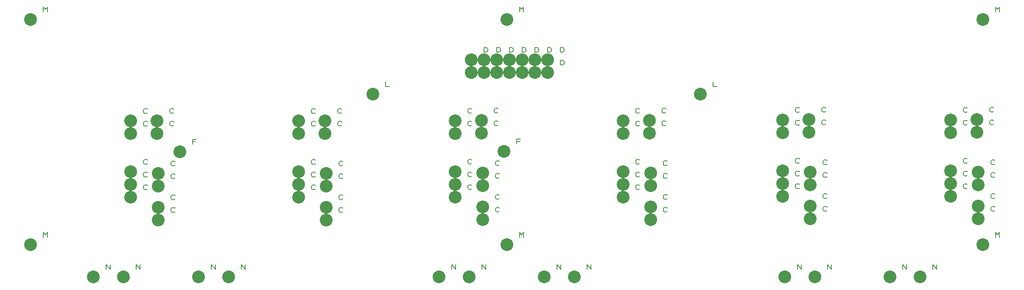
<source format=gbr>
G04 EasyPC Gerber Version 20.0.2 Build 4112 *
G04 #@! TF.Part,Single*
%FSLAX35Y35*%
%MOIN*%
%ADD13C,0.00500*%
G04 #@! TA.AperFunction,WasherPad*
%ADD75C,0.10000*%
X0Y0D02*
D02*
D13*
X30722Y54022D02*
Y57772D01*
X32285Y55897*
X33848Y57772*
Y54022*
X30722Y231187D02*
Y234937D01*
X32285Y233063*
X33848Y234937*
Y231187*
X79935Y28924D02*
Y32674D01*
X83060Y28924*
Y32674*
X103557Y28924D02*
Y32674D01*
X106682Y28924*
Y32674*
X112489Y92029D02*
X112177Y91717D01*
X111552Y91404*
X110614*
X109989Y91717*
X109677Y92029*
X109364Y92654*
Y93904*
X109677Y94529*
X109989Y94842*
X110614Y95154*
X111552*
X112177Y94842*
X112489Y94529*
Y102029D02*
X112177Y101717D01*
X111552Y101404*
X110614*
X109989Y101717*
X109677Y102029*
X109364Y102654*
Y103904*
X109677Y104529*
X109989Y104842*
X110614Y105154*
X111552*
X112177Y104842*
X112489Y104529*
Y112029D02*
X112177Y111717D01*
X111552Y111404*
X110614*
X109989Y111717*
X109677Y112029*
X109364Y112654*
Y113904*
X109677Y114529*
X109989Y114842*
X110614Y115154*
X111552*
X112177Y114842*
X112489Y114529*
Y142029D02*
X112177Y141717D01*
X111552Y141404*
X110614*
X109989Y141717*
X109677Y142029*
X109364Y142654*
Y143904*
X109677Y144529*
X109989Y144842*
X110614Y145154*
X111552*
X112177Y144842*
X112489Y144529*
Y152029D02*
X112177Y151717D01*
X111552Y151404*
X110614*
X109989Y151717*
X109677Y152029*
X109364Y152654*
Y153904*
X109677Y154529*
X109989Y154842*
X110614Y155154*
X111552*
X112177Y154842*
X112489Y154529*
X133159Y142167D02*
X132846Y141854D01*
X132221Y141542*
X131283*
X130659Y141854*
X130346Y142167*
X130033Y142792*
Y144042*
X130346Y144667*
X130659Y144980*
X131283Y145292*
X132221*
X132846Y144980*
X133159Y144667*
Y152167D02*
X132846Y151854D01*
X132221Y151542*
X131283*
X130659Y151854*
X130346Y152167*
X130033Y152792*
Y154042*
X130346Y154667*
X130659Y154980*
X131283Y155292*
X132221*
X132846Y154980*
X133159Y154667*
X134143Y74254D02*
X133830Y73941D01*
X133205Y73628*
X132268*
X131643Y73941*
X131330Y74254*
X131018Y74878*
Y76128*
X131330Y76754*
X131643Y77066*
X132268Y77378*
X133205*
X133830Y77066*
X134143Y76754*
Y84254D02*
X133830Y83941D01*
X133205Y83628*
X132268*
X131643Y83941*
X131330Y84254*
X131018Y84878*
Y86128*
X131330Y86754*
X131643Y87066*
X132268Y87378*
X133205*
X133830Y87066*
X134143Y86754*
Y100828D02*
X133830Y100516D01*
X133205Y100203*
X132268*
X131643Y100516*
X131330Y100828*
X131018Y101453*
Y102703*
X131330Y103328*
X131643Y103641*
X132268Y103953*
X133205*
X133830Y103641*
X134143Y103328*
Y110828D02*
X133830Y110516D01*
X133205Y110203*
X132268*
X131643Y110516*
X131330Y110828*
X131018Y111453*
Y112703*
X131330Y113328*
X131643Y113641*
X132268Y113953*
X133205*
X133830Y113641*
X134143Y113328*
X147750Y127250D02*
Y131000D01*
X150875*
X150250Y129126D02*
X147750D01*
X162612Y28924D02*
Y32674D01*
X165737Y28924*
Y32674*
X186234Y28924D02*
Y32674D01*
X189359Y28924*
Y32674*
X244379Y92029D02*
X244067Y91717D01*
X243441Y91404*
X242504*
X241879Y91717*
X241567Y92029*
X241254Y92654*
Y93904*
X241567Y94529*
X241879Y94842*
X242504Y95154*
X243441*
X244067Y94842*
X244379Y94529*
Y102029D02*
X244067Y101717D01*
X243441Y101404*
X242504*
X241879Y101717*
X241567Y102029*
X241254Y102654*
Y103904*
X241567Y104529*
X241879Y104842*
X242504Y105154*
X243441*
X244067Y104842*
X244379Y104529*
Y112029D02*
X244067Y111717D01*
X243441Y111404*
X242504*
X241879Y111717*
X241567Y112029*
X241254Y112654*
Y113904*
X241567Y114529*
X241879Y114842*
X242504Y115154*
X243441*
X244067Y114842*
X244379Y114529*
Y142029D02*
X244067Y141717D01*
X243441Y141404*
X242504*
X241879Y141717*
X241567Y142029*
X241254Y142654*
Y143904*
X241567Y144529*
X241879Y144842*
X242504Y145154*
X243441*
X244067Y144842*
X244379Y144529*
Y152029D02*
X244067Y151717D01*
X243441Y151404*
X242504*
X241879Y151717*
X241567Y152029*
X241254Y152654*
Y153904*
X241567Y154529*
X241879Y154842*
X242504Y155154*
X243441*
X244067Y154842*
X244379Y154529*
X265048Y142167D02*
X264736Y141854D01*
X264111Y141542*
X263173*
X262548Y141854*
X262236Y142167*
X261923Y142792*
Y144042*
X262236Y144667*
X262548Y144980*
X263173Y145292*
X264111*
X264736Y144980*
X265048Y144667*
Y152167D02*
X264736Y151854D01*
X264111Y151542*
X263173*
X262548Y151854*
X262236Y152167*
X261923Y152792*
Y154042*
X262236Y154667*
X262548Y154980*
X263173Y155292*
X264111*
X264736Y154980*
X265048Y154667*
X266033Y74254D02*
X265720Y73941D01*
X265095Y73628*
X264157*
X263533Y73941*
X263220Y74254*
X262907Y74878*
Y76128*
X263220Y76754*
X263533Y77066*
X264157Y77378*
X265095*
X265720Y77066*
X266033Y76754*
Y84254D02*
X265720Y83941D01*
X265095Y83628*
X264157*
X263533Y83941*
X263220Y84254*
X262907Y84878*
Y86128*
X263220Y86754*
X263533Y87066*
X264157Y87378*
X265095*
X265720Y87066*
X266033Y86754*
Y100828D02*
X265720Y100516D01*
X265095Y100203*
X264157*
X263533Y100516*
X263220Y100828*
X262907Y101453*
Y102703*
X263220Y103328*
X263533Y103641*
X264157Y103953*
X265095*
X265720Y103641*
X266033Y103328*
Y110828D02*
X265720Y110516D01*
X265095Y110203*
X264157*
X263533Y110516*
X263220Y110828*
X262907Y111453*
Y112703*
X263220Y113328*
X263533Y113641*
X264157Y113953*
X265095*
X265720Y113641*
X266033Y113328*
X299423Y176276D02*
Y172526D01*
X302548*
X351589Y28924D02*
Y32674D01*
X354714Y28924*
Y32674*
X367312Y92226D02*
X367000Y91913D01*
X366374Y91601*
X365437*
X364812Y91913*
X364500Y92226*
X364187Y92851*
Y94101*
X364500Y94726*
X364812Y95039*
X365437Y95351*
X366374*
X367000Y95039*
X367312Y94726*
Y102226D02*
X367000Y101913D01*
X366374Y101601*
X365437*
X364812Y101913*
X364500Y102226*
X364187Y102851*
Y104101*
X364500Y104726*
X364812Y105039*
X365437Y105351*
X366374*
X367000Y105039*
X367312Y104726*
Y112226D02*
X367000Y111913D01*
X366374Y111601*
X365437*
X364812Y111913*
X364500Y112226*
X364187Y112851*
Y114101*
X364500Y114726*
X364812Y115039*
X365437Y115351*
X366374*
X367000Y115039*
X367312Y114726*
Y142226D02*
X367000Y141913D01*
X366374Y141601*
X365437*
X364812Y141913*
X364500Y142226*
X364187Y142851*
Y144101*
X364500Y144726*
X364812Y145039*
X365437Y145351*
X366374*
X367000Y145039*
X367312Y144726*
Y152226D02*
X367000Y151913D01*
X366374Y151601*
X365437*
X364812Y151913*
X364500Y152226*
X364187Y152851*
Y154101*
X364500Y154726*
X364812Y155039*
X365437Y155351*
X366374*
X367000Y155039*
X367312Y154726*
X375211Y28924D02*
Y32674D01*
X378336Y28924*
Y32674*
X376844Y189455D02*
Y193205D01*
X378720*
X379344Y192893*
X379657Y192580*
X379970Y191955*
Y190705*
X379657Y190080*
X379344Y189768*
X378720Y189455*
X376844*
Y199455D02*
Y203205D01*
X378720*
X379344Y202893*
X379657Y202580*
X379970Y201955*
Y200705*
X379657Y200080*
X379344Y199768*
X378720Y199455*
X376844*
X387981Y142364D02*
X387669Y142051D01*
X387044Y141739*
X386106*
X385481Y142051*
X385169Y142364*
X384856Y142989*
Y144239*
X385169Y144864*
X385481Y145176*
X386106Y145489*
X387044*
X387669Y145176*
X387981Y144864*
Y152364D02*
X387669Y152051D01*
X387044Y151739*
X386106*
X385481Y152051*
X385169Y152364*
X384856Y152989*
Y154239*
X385169Y154864*
X385481Y155176*
X386106Y155489*
X387044*
X387669Y155176*
X387981Y154864*
X388966Y74450D02*
X388653Y74138D01*
X388028Y73825*
X387091*
X386466Y74138*
X386153Y74450*
X385841Y75075*
Y76325*
X386153Y76950*
X386466Y77263*
X387091Y77575*
X388028*
X388653Y77263*
X388966Y76950*
Y84450D02*
X388653Y84138D01*
X388028Y83825*
X387091*
X386466Y84138*
X386153Y84450*
X385841Y85075*
Y86325*
X386153Y86950*
X386466Y87263*
X387091Y87575*
X388028*
X388653Y87263*
X388966Y86950*
Y101025D02*
X388653Y100713D01*
X388028Y100400*
X387091*
X386466Y100713*
X386153Y101025*
X385841Y101650*
Y102900*
X386153Y103525*
X386466Y103838*
X387091Y104150*
X388028*
X388653Y103838*
X388966Y103525*
Y111025D02*
X388653Y110713D01*
X388028Y110400*
X387091*
X386466Y110713*
X386153Y111025*
X385841Y111650*
Y112900*
X386153Y113525*
X386466Y113838*
X387091Y114150*
X388028*
X388653Y113838*
X388966Y113525*
X386844Y189455D02*
Y193205D01*
X388720*
X389344Y192893*
X389657Y192580*
X389970Y191955*
Y190705*
X389657Y190080*
X389344Y189768*
X388720Y189455*
X386844*
Y199455D02*
Y203205D01*
X388720*
X389344Y202893*
X389657Y202580*
X389970Y201955*
Y200705*
X389657Y200080*
X389344Y199768*
X388720Y199455*
X386844*
X396844Y189455D02*
Y193205D01*
X398720*
X399344Y192893*
X399657Y192580*
X399970Y191955*
Y190705*
X399657Y190080*
X399344Y189768*
X398720Y189455*
X396844*
Y199455D02*
Y203205D01*
X398720*
X399344Y202893*
X399657Y202580*
X399970Y201955*
Y200705*
X399657Y200080*
X399344Y199768*
X398720Y199455*
X396844*
X402573Y127447D02*
Y131197D01*
X405698*
X405073Y129322D02*
X402573D01*
X404738Y54022D02*
Y57772D01*
X406301Y55897*
X407863Y57772*
Y54022*
X404738Y231187D02*
Y234937D01*
X406301Y233063*
X407863Y234937*
Y231187*
X406844Y189455D02*
Y193205D01*
X408720*
X409344Y192893*
X409657Y192580*
X409970Y191955*
Y190705*
X409657Y190080*
X409344Y189768*
X408720Y189455*
X406844*
Y199455D02*
Y203205D01*
X408720*
X409344Y202893*
X409657Y202580*
X409970Y201955*
Y200705*
X409657Y200080*
X409344Y199768*
X408720Y199455*
X406844*
X416844Y189455D02*
Y193205D01*
X418720*
X419344Y192893*
X419657Y192580*
X419970Y191955*
Y190705*
X419657Y190080*
X419344Y189768*
X418720Y189455*
X416844*
Y199455D02*
Y203205D01*
X418720*
X419344Y202893*
X419657Y202580*
X419970Y201955*
Y200705*
X419657Y200080*
X419344Y199768*
X418720Y199455*
X416844*
X426844Y189455D02*
Y193205D01*
X428720*
X429344Y192893*
X429657Y192580*
X429970Y191955*
Y190705*
X429657Y190080*
X429344Y189768*
X428720Y189455*
X426844*
Y199455D02*
Y203205D01*
X428720*
X429344Y202893*
X429657Y202580*
X429970Y201955*
Y200705*
X429657Y200080*
X429344Y199768*
X428720Y199455*
X426844*
X434266Y28924D02*
Y32674D01*
X437391Y28924*
Y32674*
X436844Y189455D02*
Y193205D01*
X438720*
X439344Y192893*
X439657Y192580*
X439970Y191955*
Y190705*
X439657Y190080*
X439344Y189768*
X438720Y189455*
X436844*
Y199455D02*
Y203205D01*
X438720*
X439344Y202893*
X439657Y202580*
X439970Y201955*
Y200705*
X439657Y200080*
X439344Y199768*
X438720Y199455*
X436844*
X457888Y28924D02*
Y32674D01*
X461013Y28924*
Y32674*
X499202Y92226D02*
X498889Y91913D01*
X498264Y91601*
X497327*
X496702Y91913*
X496389Y92226*
X496077Y92851*
Y94101*
X496389Y94726*
X496702Y95039*
X497327Y95351*
X498264*
X498889Y95039*
X499202Y94726*
Y102226D02*
X498889Y101913D01*
X498264Y101601*
X497327*
X496702Y101913*
X496389Y102226*
X496077Y102851*
Y104101*
X496389Y104726*
X496702Y105039*
X497327Y105351*
X498264*
X498889Y105039*
X499202Y104726*
Y112226D02*
X498889Y111913D01*
X498264Y111601*
X497327*
X496702Y111913*
X496389Y112226*
X496077Y112851*
Y114101*
X496389Y114726*
X496702Y115039*
X497327Y115351*
X498264*
X498889Y115039*
X499202Y114726*
Y142226D02*
X498889Y141913D01*
X498264Y141601*
X497327*
X496702Y141913*
X496389Y142226*
X496077Y142851*
Y144101*
X496389Y144726*
X496702Y145039*
X497327Y145351*
X498264*
X498889Y145039*
X499202Y144726*
Y152226D02*
X498889Y151913D01*
X498264Y151601*
X497327*
X496702Y151913*
X496389Y152226*
X496077Y152851*
Y154101*
X496389Y154726*
X496702Y155039*
X497327Y155351*
X498264*
X498889Y155039*
X499202Y154726*
X519871Y142364D02*
X519559Y142051D01*
X518933Y141739*
X517996*
X517371Y142051*
X517059Y142364*
X516746Y142989*
Y144239*
X517059Y144864*
X517371Y145176*
X517996Y145489*
X518933*
X519559Y145176*
X519871Y144864*
Y152364D02*
X519559Y152051D01*
X518933Y151739*
X517996*
X517371Y152051*
X517059Y152364*
X516746Y152989*
Y154239*
X517059Y154864*
X517371Y155176*
X517996Y155489*
X518933*
X519559Y155176*
X519871Y154864*
X520856Y74450D02*
X520543Y74138D01*
X519918Y73825*
X518980*
X518356Y74138*
X518043Y74450*
X517730Y75075*
Y76325*
X518043Y76950*
X518356Y77263*
X518980Y77575*
X519918*
X520543Y77263*
X520856Y76950*
Y84450D02*
X520543Y84138D01*
X519918Y83825*
X518980*
X518356Y84138*
X518043Y84450*
X517730Y85075*
Y86325*
X518043Y86950*
X518356Y87263*
X518980Y87575*
X519918*
X520543Y87263*
X520856Y86950*
Y101025D02*
X520543Y100713D01*
X519918Y100400*
X518980*
X518356Y100713*
X518043Y101025*
X517730Y101650*
Y102900*
X518043Y103525*
X518356Y103838*
X518980Y104150*
X519918*
X520543Y103838*
X520856Y103525*
Y111025D02*
X520543Y110713D01*
X519918Y110400*
X518980*
X518356Y110713*
X518043Y111025*
X517730Y111650*
Y112900*
X518043Y113525*
X518356Y113838*
X518980Y114150*
X519918*
X520543Y113838*
X520856Y113525*
X556904Y176276D02*
Y172526D01*
X560029*
X624793Y92915D02*
X624480Y92602D01*
X623855Y92290*
X622917*
X622293Y92602*
X621980Y92915*
X621667Y93540*
Y94790*
X621980Y95415*
X622293Y95728*
X622917Y96040*
X623855*
X624480Y95728*
X624793Y95415*
Y102915D02*
X624480Y102602D01*
X623855Y102290*
X622917*
X622293Y102602*
X621980Y102915*
X621667Y103540*
Y104790*
X621980Y105415*
X622293Y105728*
X622917Y106040*
X623855*
X624480Y105728*
X624793Y105415*
Y112915D02*
X624480Y112602D01*
X623855Y112290*
X622917*
X622293Y112602*
X621980Y112915*
X621667Y113540*
Y114790*
X621980Y115415*
X622293Y115728*
X622917Y116040*
X623855*
X624480Y115728*
X624793Y115415*
Y142915D02*
X624480Y142602D01*
X623855Y142290*
X622917*
X622293Y142602*
X621980Y142915*
X621667Y143540*
Y144790*
X621980Y145415*
X622293Y145728*
X622917Y146040*
X623855*
X624480Y145728*
X624793Y145415*
Y152915D02*
X624480Y152602D01*
X623855Y152290*
X622917*
X622293Y152602*
X621980Y152915*
X621667Y153540*
Y154790*
X621980Y155415*
X622293Y155728*
X622917Y156040*
X623855*
X624480Y155728*
X624793Y155415*
X623242Y28924D02*
Y32674D01*
X626367Y28924*
Y32674*
X645462Y143053D02*
X645149Y142740D01*
X644524Y142428*
X643587*
X642962Y142740*
X642649Y143053*
X642337Y143678*
Y144928*
X642649Y145553*
X642962Y145865*
X643587Y146178*
X644524*
X645149Y145865*
X645462Y145553*
Y153053D02*
X645149Y152740D01*
X644524Y152428*
X643587*
X642962Y152740*
X642649Y153053*
X642337Y153678*
Y154928*
X642649Y155553*
X642962Y155865*
X643587Y156178*
X644524*
X645149Y155865*
X645462Y155553*
X646446Y75139D02*
X646133Y74827D01*
X645508Y74514*
X644571*
X643946Y74827*
X643633Y75139*
X643321Y75764*
Y77014*
X643633Y77639*
X643946Y77952*
X644571Y78264*
X645508*
X646133Y77952*
X646446Y77639*
Y85139D02*
X646133Y84827D01*
X645508Y84514*
X644571*
X643946Y84827*
X643633Y85139*
X643321Y85764*
Y87014*
X643633Y87639*
X643946Y87952*
X644571Y88264*
X645508*
X646133Y87952*
X646446Y87639*
Y101714D02*
X646133Y101402D01*
X645508Y101089*
X644571*
X643946Y101402*
X643633Y101714*
X643321Y102339*
Y103589*
X643633Y104214*
X643946Y104527*
X644571Y104839*
X645508*
X646133Y104527*
X646446Y104214*
Y111714D02*
X646133Y111402D01*
X645508Y111089*
X644571*
X643946Y111402*
X643633Y111714*
X643321Y112339*
Y113589*
X643633Y114214*
X643946Y114527*
X644571Y114839*
X645508*
X646133Y114527*
X646446Y114214*
X646864Y28924D02*
Y32674D01*
X649989Y28924*
Y32674*
X705919Y28924D02*
Y32674D01*
X709044Y28924*
Y32674*
X705919Y28924D02*
Y32674D01*
X709044Y28924*
Y32674*
X729541Y28924D02*
Y32674D01*
X732667Y28924*
Y32674*
X729541Y28924D02*
Y32674D01*
X732667Y28924*
Y32674*
X756682Y92915D02*
X756370Y92602D01*
X755744Y92290*
X754807*
X754182Y92602*
X753870Y92915*
X753557Y93540*
Y94790*
X753870Y95415*
X754182Y95728*
X754807Y96040*
X755744*
X756370Y95728*
X756682Y95415*
Y102915D02*
X756370Y102602D01*
X755744Y102290*
X754807*
X754182Y102602*
X753870Y102915*
X753557Y103540*
Y104790*
X753870Y105415*
X754182Y105728*
X754807Y106040*
X755744*
X756370Y105728*
X756682Y105415*
Y112915D02*
X756370Y112602D01*
X755744Y112290*
X754807*
X754182Y112602*
X753870Y112915*
X753557Y113540*
Y114790*
X753870Y115415*
X754182Y115728*
X754807Y116040*
X755744*
X756370Y115728*
X756682Y115415*
Y142915D02*
X756370Y142602D01*
X755744Y142290*
X754807*
X754182Y142602*
X753870Y142915*
X753557Y143540*
Y144790*
X753870Y145415*
X754182Y145728*
X754807Y146040*
X755744*
X756370Y145728*
X756682Y145415*
Y152915D02*
X756370Y152602D01*
X755744Y152290*
X754807*
X754182Y152602*
X753870Y152915*
X753557Y153540*
Y154790*
X753870Y155415*
X754182Y155728*
X754807Y156040*
X755744*
X756370Y155728*
X756682Y155415*
X777352Y143053D02*
X777039Y142740D01*
X776414Y142428*
X775476*
X774852Y142740*
X774539Y143053*
X774226Y143678*
Y144928*
X774539Y145553*
X774852Y145865*
X775476Y146178*
X776414*
X777039Y145865*
X777352Y145553*
Y153053D02*
X777039Y152740D01*
X776414Y152428*
X775476*
X774852Y152740*
X774539Y153053*
X774226Y153678*
Y154928*
X774539Y155553*
X774852Y155865*
X775476Y156178*
X776414*
X777039Y155865*
X777352Y155553*
X778336Y75139D02*
X778023Y74827D01*
X777398Y74514*
X776461*
X775836Y74827*
X775523Y75139*
X775211Y75764*
Y77014*
X775523Y77639*
X775836Y77952*
X776461Y78264*
X777398*
X778023Y77952*
X778336Y77639*
Y85139D02*
X778023Y84827D01*
X777398Y84514*
X776461*
X775836Y84827*
X775523Y85139*
X775211Y85764*
Y87014*
X775523Y87639*
X775836Y87952*
X776461Y88264*
X777398*
X778023Y87952*
X778336Y87639*
Y101714D02*
X778023Y101402D01*
X777398Y101089*
X776461*
X775836Y101402*
X775523Y101714*
X775211Y102339*
Y103589*
X775523Y104214*
X775836Y104527*
X776461Y104839*
X777398*
X778023Y104527*
X778336Y104214*
Y111714D02*
X778023Y111402D01*
X777398Y111089*
X776461*
X775836Y111402*
X775523Y111714*
X775211Y112339*
Y113589*
X775523Y114214*
X775836Y114527*
X776461Y114839*
X777398*
X778023Y114527*
X778336Y114214*
X778754Y54022D02*
Y57772D01*
X780317Y55897*
X781879Y57772*
Y54022*
X778754Y231187D02*
Y234937D01*
X780317Y233063*
X781879Y234937*
Y231187*
D02*
D75*
X20722Y48085D03*
Y225250D03*
X69935Y22986D03*
X93557D03*
X99364Y85467D03*
Y95467D03*
Y105467D03*
Y135467D03*
Y145467D03*
X120033Y135604D03*
Y145604D03*
X121018Y67691D03*
Y77691D03*
Y94266D03*
Y104266D03*
X137750Y121313D03*
X152612Y22986D03*
X176234D03*
X231254Y85467D03*
Y95467D03*
Y105467D03*
Y135467D03*
Y145467D03*
X251923Y135604D03*
Y145604D03*
X252907Y67691D03*
Y77691D03*
Y94266D03*
Y104266D03*
X289423Y166589D03*
X341589Y22986D03*
X354187Y85663D03*
Y95663D03*
Y105663D03*
Y135663D03*
Y145663D03*
X365211Y22986D03*
X366844Y183518D03*
Y193518D03*
X374856Y135801D03*
Y145801D03*
X375841Y67888D03*
Y77888D03*
Y94463D03*
Y104463D03*
X376844Y183518D03*
Y193518D03*
X386844Y183518D03*
Y193518D03*
X392573Y121510D03*
X394738Y48085D03*
Y225250D03*
X396844Y183518D03*
Y193518D03*
X406844Y183518D03*
Y193518D03*
X416844Y183518D03*
Y193518D03*
X424266Y22986D03*
X426844Y183518D03*
Y193518D03*
X447888Y22986D03*
X486077Y85663D03*
Y95663D03*
Y105663D03*
Y135663D03*
Y145663D03*
X506746Y135801D03*
Y145801D03*
X507730Y67888D03*
Y77888D03*
Y94463D03*
Y104463D03*
X546904Y166589D03*
X611667Y86352D03*
Y96352D03*
Y106352D03*
Y136352D03*
Y146352D03*
X613242Y22986D03*
X632337Y136490D03*
Y146490D03*
X633321Y68577D03*
Y78577D03*
Y95152D03*
Y105152D03*
X636864Y22986D03*
X695919D03*
D03*
X719541D03*
D03*
X743557Y86352D03*
Y96352D03*
Y106352D03*
Y136352D03*
Y146352D03*
X764226Y136490D03*
Y146490D03*
X765211Y68577D03*
Y78577D03*
Y95152D03*
Y105152D03*
X768754Y48085D03*
Y225250D03*
X0Y0D02*
M02*

</source>
